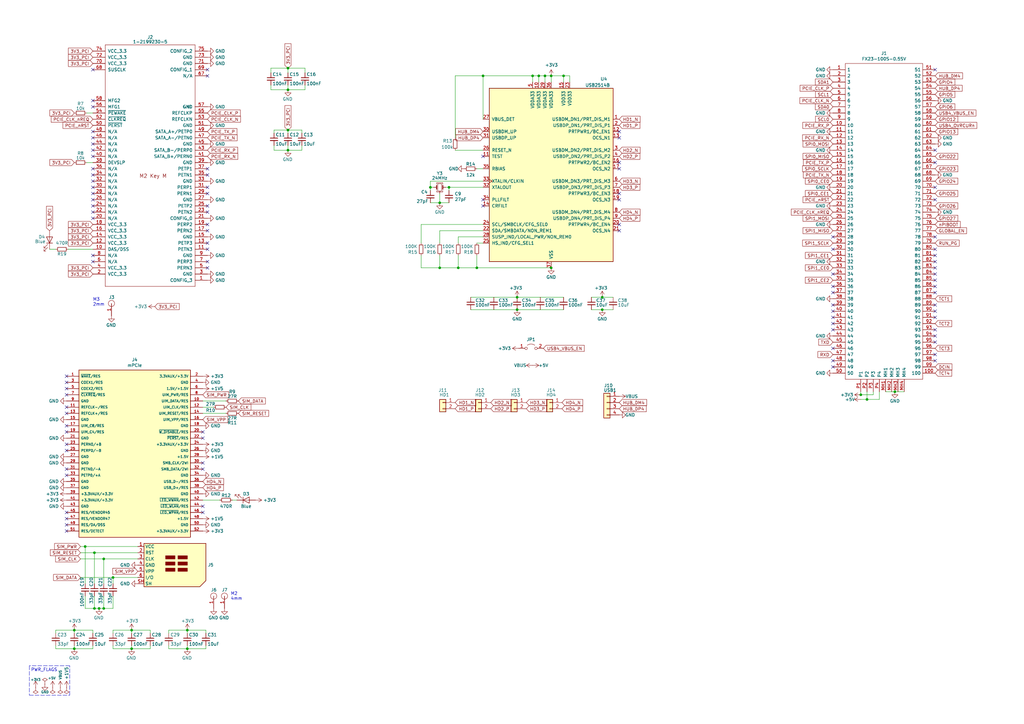
<source format=kicad_sch>
(kicad_sch (version 20211123) (generator eeschema)
  (paper "A3")
  (title_block (title "reTerminalEM-NVMe-mPCIe-USB") (date "2022-06-22") (rev "REV_00") (company "StanleyProjects.com"))
  (junction (at 38.735 249.555))
  (junction (at 42.545 249.555))
  (junction (at 40.64 249.555))
  (junction (at 247.015 121.92))
  (junction (at 76.835 266.065))
  (junction (at 34.925 224.155))
  (junction (at 195.58 109.855))
  (junction (at 76.835 258.445))
  (junction (at 231.14 31.115))
  (junction (at 30.48 266.065))
  (junction (at 180.34 109.855))
  (junction (at 220.98 31.115))
  (junction (at 226.06 31.115))
  (junction (at 212.09 127))
  (junction (at 180.34 83.185))
  (junction (at 118.11 27.94))
  (junction (at 118.11 61.595))
  (junction (at 53.975 258.445))
  (junction (at 198.12 31.115))
  (junction (at 353.06 161.925))
  (junction (at 212.09 121.92))
  (junction (at 247.015 127))
  (junction (at 176.53 76.835))
  (junction (at 42.545 229.235))
  (junction (at 38.735 226.695))
  (junction (at 46.355 236.855))
  (junction (at 367.03 160.655))
  (junction (at 226.06 109.855))
  (junction (at 187.96 109.855))
  (junction (at 53.975 266.065))
  (junction (at 118.11 36.83))
  (junction (at 218.44 31.115))
  (junction (at 30.48 258.445))
  (junction (at 184.15 76.835))
  (junction (at 118.11 53.34))
  (junction (at 355.6 163.83))
  (junction (at 223.52 31.115))
  (no_connect (at 38.1 104.775))
  (no_connect (at 27.305 156.845))
  (no_connect (at 83.185 177.165))
  (no_connect (at 38.1 89.535))
  (no_connect (at 27.305 167.005))
  (no_connect (at 38.1 59.055))
  (no_connect (at 254 56.515))
  (no_connect (at 383.54 28.575))
  (no_connect (at 38.1 64.135))
  (no_connect (at 383.54 117.475))
  (no_connect (at 254 81.915))
  (no_connect (at 383.54 61.595))
  (no_connect (at 341.63 112.395))
  (no_connect (at 383.54 112.395))
  (no_connect (at 27.305 215.265))
  (no_connect (at 85.09 109.855))
  (no_connect (at 254 94.615))
  (no_connect (at 27.305 184.785))
  (no_connect (at 383.54 140.335))
  (no_connect (at 38.1 74.295))
  (no_connect (at 85.09 31.115))
  (no_connect (at 38.1 28.575))
  (no_connect (at 38.1 81.915))
  (no_connect (at 85.09 107.315))
  (no_connect (at 27.305 159.385))
  (no_connect (at 254 92.075))
  (no_connect (at 85.09 79.375))
  (no_connect (at 38.1 43.815))
  (no_connect (at 198.12 64.135))
  (no_connect (at 38.1 76.835))
  (no_connect (at 85.09 99.695))
  (no_connect (at 38.1 61.595))
  (no_connect (at 83.185 210.185))
  (no_connect (at 83.185 192.405))
  (no_connect (at 341.63 132.715))
  (no_connect (at 383.54 102.235))
  (no_connect (at 383.54 104.775))
  (no_connect (at 85.09 69.215))
  (no_connect (at 38.1 71.755))
  (no_connect (at 383.54 114.935))
  (no_connect (at 38.1 56.515))
  (no_connect (at 383.54 81.915))
  (no_connect (at 383.54 127.635))
  (no_connect (at 27.305 154.305))
  (no_connect (at 27.305 182.245))
  (no_connect (at 341.63 117.475))
  (no_connect (at 27.305 174.625))
  (no_connect (at 383.54 66.675))
  (no_connect (at 38.1 107.315))
  (no_connect (at 38.1 84.455))
  (no_connect (at 341.63 127.635))
  (no_connect (at 27.305 192.405))
  (no_connect (at 383.54 147.955))
  (no_connect (at 198.12 84.455))
  (no_connect (at 254 79.375))
  (no_connect (at 383.54 76.835))
  (no_connect (at 341.63 147.955))
  (no_connect (at 254 53.975))
  (no_connect (at 383.54 125.095))
  (no_connect (at 383.54 135.255))
  (no_connect (at 27.305 194.945))
  (no_connect (at 38.1 69.215))
  (no_connect (at 383.54 97.155))
  (no_connect (at 38.1 41.275))
  (no_connect (at 341.63 130.175))
  (no_connect (at 341.63 135.255))
  (no_connect (at 27.305 169.545))
  (no_connect (at 198.12 81.915))
  (no_connect (at 383.54 109.855))
  (no_connect (at 85.09 28.575))
  (no_connect (at 85.09 102.235))
  (no_connect (at 85.09 94.615))
  (no_connect (at 83.185 207.645))
  (no_connect (at 27.305 217.805))
  (no_connect (at 341.63 142.875))
  (no_connect (at 38.1 86.995))
  (no_connect (at 341.63 97.155))
  (no_connect (at 85.09 86.995))
  (no_connect (at 85.09 76.835))
  (no_connect (at 27.305 212.725))
  (no_connect (at 383.54 130.175))
  (no_connect (at 383.54 137.795))
  (no_connect (at 341.63 150.495))
  (no_connect (at 383.54 120.015))
  (no_connect (at 383.54 107.315))
  (no_connect (at 341.63 120.015))
  (no_connect (at 83.185 189.865))
  (no_connect (at 27.305 210.185))
  (no_connect (at 38.1 53.975))
  (no_connect (at 83.185 179.705))
  (no_connect (at 85.09 84.455))
  (no_connect (at 341.63 102.235))
  (no_connect (at 85.09 92.075))
  (no_connect (at 27.305 161.925))
  (no_connect (at 27.305 177.165))
  (no_connect (at 38.1 79.375))
  (no_connect (at 341.63 125.095))
  (no_connect (at 254 66.675))
  (no_connect (at 254 69.215))
  (no_connect (at 85.09 71.755))
  (no_connect (at 383.54 145.415))
  (wire (pts (xy 42.545 249.555) (xy 40.64 249.555)))
  (wire (pts (xy 118.11 29.845) (xy 118.11 27.94)))
  (wire (pts (xy 76.835 266.065) (xy 76.835 264.795)))
  (wire (pts (xy 38.735 244.475) (xy 38.735 249.555)))
  (wire (pts (xy 84.455 258.445) (xy 76.835 258.445)))
  (wire (pts (xy 118.11 36.83) (xy 125.095 36.83)))
  (wire (pts (xy 69.215 258.445) (xy 76.835 258.445)))
  (wire (pts (xy 34.925 244.475) (xy 34.925 249.555)))
  (wire (pts (xy 247.015 121.92) (xy 251.46 121.92)))
  (wire (pts (xy 220.98 31.115) (xy 223.52 31.115)))
  (wire (pts (xy 30.48 266.065) (xy 30.48 264.795)))
  (wire (pts (xy 76.835 266.065) (xy 84.455 266.065)))
  (wire (pts (xy 186.69 31.115) (xy 198.12 31.115)))
  (wire (pts (xy 95.25 205.105) (xy 97.155 205.105)))
  (wire (pts (xy 76.835 259.715) (xy 76.835 258.445)))
  (wire (pts (xy 112.395 59.69) (xy 112.395 61.595)))
  (wire (pts (xy 198.12 99.695) (xy 195.58 99.695)))
  (wire (pts (xy 198.12 31.115) (xy 218.44 31.115)))
  (wire (pts (xy 223.52 31.115) (xy 226.06 31.115)))
  (wire (pts (xy 218.44 33.655) (xy 218.44 31.115)))
  (wire (pts (xy 84.455 266.065) (xy 84.455 264.795)))
  (wire (pts (xy 111.125 27.94) (xy 118.11 27.94)))
  (wire (pts (xy 123.825 59.69) (xy 123.825 61.595)))
  (wire (pts (xy 111.125 34.925) (xy 111.125 36.83)))
  (wire (pts (xy 112.395 54.61) (xy 112.395 53.34)))
  (wire (pts (xy 69.215 264.795) (xy 69.215 266.065)))
  (wire (pts (xy 34.925 249.555) (xy 38.735 249.555)))
  (wire (pts (xy 83.185 169.545) (xy 92.71 169.545)))
  (wire (pts (xy 218.44 31.115) (xy 220.98 31.115)))
  (wire (pts (xy 187.96 104.775) (xy 187.96 109.855)))
  (wire (pts (xy 223.52 33.655) (xy 223.52 31.115)))
  (wire (pts (xy 353.06 161.925) (xy 358.14 161.925)))
  (wire (pts (xy 53.975 266.065) (xy 61.595 266.065)))
  (wire (pts (xy 242.57 121.92) (xy 247.015 121.92)))
  (wire (pts (xy 198.12 97.155) (xy 187.96 97.155)))
  (wire (pts (xy 180.34 79.375) (xy 180.34 83.185)))
  (wire (pts (xy 198.12 76.835) (xy 184.15 76.835)))
  (wire (pts (xy 233.68 31.115) (xy 231.14 31.115)))
  (wire (pts (xy 22.86 102.235) (xy 20.32 102.235)))
  (wire (pts (xy 187.96 109.855) (xy 195.58 109.855)))
  (wire (pts (xy 123.825 54.61) (xy 123.825 53.34)))
  (wire (pts (xy 195.58 69.215) (xy 198.12 69.215)))
  (polyline (pts (xy 28.575 285.115) (xy 28.575 273.05)))
  (wire (pts (xy 125.095 29.845) (xy 125.095 27.94)))
  (wire (pts (xy 198.12 61.595) (xy 186.69 61.595)))
  (wire (pts (xy 46.355 259.715) (xy 46.355 258.445)))
  (wire (pts (xy 22.86 258.445) (xy 30.48 258.445)))
  (wire (pts (xy 34.925 224.155) (xy 33.02 224.155)))
  (wire (pts (xy 112.395 61.595) (xy 118.11 61.595)))
  (wire (pts (xy 38.1 102.235) (xy 27.94 102.235)))
  (wire (pts (xy 198.12 48.895) (xy 198.12 31.115)))
  (wire (pts (xy 242.57 127) (xy 247.015 127)))
  (wire (pts (xy 38.1 258.445) (xy 30.48 258.445)))
  (wire (pts (xy 90.17 205.105) (xy 83.185 205.105)))
  (wire (pts (xy 56.515 236.855) (xy 46.355 236.855)))
  (wire (pts (xy 69.215 266.065) (xy 76.835 266.065)))
  (wire (pts (xy 42.545 244.475) (xy 42.545 249.555)))
  (wire (pts (xy 226.06 33.655) (xy 226.06 31.115)))
  (wire (pts (xy 38.1 259.715) (xy 38.1 258.445)))
  (wire (pts (xy 186.69 56.515) (xy 186.69 31.115)))
  (wire (pts (xy 123.825 61.595) (xy 118.11 61.595)))
  (wire (pts (xy 231.14 33.655) (xy 231.14 31.115)))
  (wire (pts (xy 83.185 164.465) (xy 92.71 164.465)))
  (wire (pts (xy 118.11 34.925) (xy 118.11 36.83)))
  (wire (pts (xy 220.98 33.655) (xy 220.98 31.115)))
  (wire (pts (xy 38.735 249.555) (xy 40.64 249.555)))
  (wire (pts (xy 195.58 104.775) (xy 195.58 109.855)))
  (wire (pts (xy 61.595 266.065) (xy 61.595 264.795)))
  (wire (pts (xy 46.355 264.795) (xy 46.355 266.065)))
  (wire (pts (xy 56.515 224.155) (xy 34.925 224.155)))
  (polyline (pts (xy 28.575 273.05) (xy 12.065 273.05)))
  (wire (pts (xy 360.68 160.655) (xy 360.68 163.83)))
  (wire (pts (xy 46.355 249.555) (xy 42.545 249.555)))
  (wire (pts (xy 38.1 266.065) (xy 38.1 264.795)))
  (wire (pts (xy 184.15 83.185) (xy 180.34 83.185)))
  (wire (pts (xy 355.6 163.83) (xy 353.06 163.83)))
  (wire (pts (xy 46.355 266.065) (xy 53.975 266.065)))
  (wire (pts (xy 61.595 259.715) (xy 61.595 258.445)))
  (wire (pts (xy 69.215 259.715) (xy 69.215 258.445)))
  (wire (pts (xy 198.12 92.075) (xy 172.72 92.075)))
  (wire (pts (xy 30.48 266.065) (xy 38.1 266.065)))
  (wire (pts (xy 233.68 33.655) (xy 233.68 31.115)))
  (wire (pts (xy 212.09 121.92) (xy 231.14 121.92)))
  (wire (pts (xy 353.06 160.655) (xy 353.06 161.925)))
  (wire (pts (xy 46.355 244.475) (xy 46.355 249.555)))
  (wire (pts (xy 247.015 127) (xy 251.46 127)))
  (wire (pts (xy 53.975 259.715) (xy 53.975 258.445)))
  (wire (pts (xy 38.1 46.355) (xy 35.56 46.355)))
  (wire (pts (xy 33.02 236.855) (xy 46.355 236.855)))
  (wire (pts (xy 184.15 76.835) (xy 184.15 78.105)))
  (wire (pts (xy 56.515 229.235) (xy 42.545 229.235)))
  (wire (pts (xy 172.72 104.775) (xy 172.72 109.855)))
  (wire (pts (xy 360.68 163.83) (xy 355.6 163.83)))
  (wire (pts (xy 172.72 109.855) (xy 180.34 109.855)))
  (wire (pts (xy 172.72 92.075) (xy 172.72 99.695)))
  (wire (pts (xy 46.355 258.445) (xy 53.975 258.445)))
  (wire (pts (xy 30.48 259.715) (xy 30.48 258.445)))
  (wire (pts (xy 118.11 54.61) (xy 118.11 53.34)))
  (wire (pts (xy 180.34 94.615) (xy 198.12 94.615)))
  (wire (pts (xy 358.14 160.655) (xy 358.14 161.925)))
  (wire (pts (xy 125.095 34.925) (xy 125.095 36.83)))
  (wire (pts (xy 355.6 160.655) (xy 355.6 163.83)))
  (wire (pts (xy 22.86 266.065) (xy 30.48 266.065)))
  (wire (pts (xy 118.11 27.94) (xy 125.095 27.94)))
  (wire (pts (xy 22.86 259.715) (xy 22.86 258.445)))
  (wire (pts (xy 176.53 78.105) (xy 176.53 76.835)))
  (wire (pts (xy 180.34 109.855) (xy 187.96 109.855)))
  (wire (pts (xy 193.04 127) (xy 212.09 127)))
  (wire (pts (xy 198.12 74.295) (xy 176.53 74.295)))
  (wire (pts (xy 87.63 167.005) (xy 83.185 167.005)))
  (wire (pts (xy 363.22 160.655) (xy 367.03 160.655)))
  (wire (pts (xy 53.975 266.065) (xy 53.975 264.795)))
  (wire (pts (xy 111.125 36.83) (xy 118.11 36.83)))
  (wire (pts (xy 180.34 83.185) (xy 176.53 83.185)))
  (wire (pts (xy 34.925 239.395) (xy 34.925 224.155)))
  (wire (pts (xy 182.88 76.835) (xy 184.15 76.835)))
  (wire (pts (xy 38.735 239.395) (xy 38.735 226.695)))
  (wire (pts (xy 42.545 239.395) (xy 42.545 229.235)))
  (wire (pts (xy 42.545 229.235) (xy 33.02 229.235)))
  (wire (pts (xy 176.53 74.295) (xy 176.53 76.835)))
  (wire (pts (xy 38.1 66.675) (xy 35.56 66.675)))
  (polyline (pts (xy 12.065 285.115) (xy 28.575 285.115)))
  (polyline (pts (xy 12.065 273.05) (xy 12.065 285.115)))
  (wire (pts (xy 111.125 29.845) (xy 111.125 27.94)))
  (wire (pts (xy 123.825 53.34) (xy 118.11 53.34)))
  (wire (pts (xy 38.735 226.695) (xy 56.515 226.695)))
  (wire (pts (xy 176.53 76.835) (xy 177.8 76.835)))
  (wire (pts (xy 112.395 53.34) (xy 118.11 53.34)))
  (wire (pts (xy 187.96 97.155) (xy 187.96 99.695)))
  (wire (pts (xy 180.34 99.695) (xy 180.34 94.615)))
  (wire (pts (xy 367.03 160.655) (xy 370.84 160.655)))
  (wire (pts (xy 22.86 264.795) (xy 22.86 266.065)))
  (wire (pts (xy 46.355 236.855) (xy 46.355 239.395)))
  (wire (pts (xy 195.58 109.855) (xy 226.06 109.855)))
  (wire (pts (xy 231.14 31.115) (xy 226.06 31.115)))
  (wire (pts (xy 61.595 258.445) (xy 53.975 258.445)))
  (wire (pts (xy 180.34 104.775) (xy 180.34 109.855)))
  (wire (pts (xy 193.04 121.92) (xy 212.09 121.92)))
  (wire (pts (xy 38.735 226.695) (xy 33.02 226.695)))
  (wire (pts (xy 118.11 59.69) (xy 118.11 61.595)))
  (wire (pts (xy 84.455 259.715) (xy 84.455 258.445)))
  (wire (pts (xy 212.09 127) (xy 231.14 127)))
  (text "M3\n2mm" (at 38.1 125.73 0) (effects (font (size 1.27 1.27)) (justify left bottom)))
  (text "PWR_FLAGS" (at 12.7 275.59 0) (effects (font (size 1.27 1.27)) (justify left bottom)))
  (text "M2\n4mm" (at 94.615 246.38 0) (effects (font (size 1.27 1.27)) (justify left bottom)))
  (global_label "HD4_N" (shape input) (at 230.505 165.1 0) (property "Intersheet References" "${INTERSHEET_REFS}" (effects hide)))
  (global_label "TCT3" (shape input) (at 383.54 142.875 0) (property "Intersheet References" "${INTERSHEET_REFS}" (effects hide)))
  (global_label "SIM_CLK" (shape input) (at 92.71 167.005 0) (property "Intersheet References" "${INTERSHEET_REFS}" (effects hide)))
  (global_label "HD3_P" (shape input) (at 254 76.835 0) (property "Intersheet References" "${INTERSHEET_REFS}" (effects hide)))
  (global_label "HUB_DP4" (shape input) (at 254 167.64 0) (property "Intersheet References" "${INTERSHEET_REFS}" (effects hide)))
  (global_label "SPI0_CE0" (shape input) (at 341.63 74.295 180) (property "Intersheet References" "${INTERSHEET_REFS}" (effects hide)))
  (global_label "3V3_PCI" (shape input) (at 118.11 27.94 90) (property "Intersheet References" "${INTERSHEET_REFS}" (effects hide)))
  (global_label "PCIE_CLK_N" (shape input) (at 341.63 41.275 180) (property "Intersheet References" "${INTERSHEET_REFS}" (effects hide)))
  (global_label "HD2_N" (shape input) (at 201.295 165.1 0) (property "Intersheet References" "${INTERSHEET_REFS}" (effects hide)))
  (global_label "PCIE_TX_N" (shape input) (at 85.09 56.515 0) (property "Intersheet References" "${INTERSHEET_REFS}" (effects hide)))
  (global_label "SPI1_CE0" (shape input) (at 341.63 109.855 180) (property "Intersheet References" "${INTERSHEET_REFS}" (effects hide)))
  (global_label "HD2_P" (shape input) (at 254 64.135 0) (property "Intersheet References" "${INTERSHEET_REFS}" (effects hide)))
  (global_label "GPIO22" (shape input) (at 383.54 64.135 0) (property "Intersheet References" "${INTERSHEET_REFS}" (effects hide)))
  (global_label "PCIE_CLK_N" (shape input) (at 85.09 48.895 0) (property "Intersheet References" "${INTERSHEET_REFS}" (effects hide)))
  (global_label "3V3_PCI" (shape input) (at 118.11 53.34 90) (property "Intersheet References" "${INTERSHEET_REFS}" (effects hide)))
  (global_label "HUB_DP4" (shape input) (at 383.54 36.195 0) (property "Intersheet References" "${INTERSHEET_REFS}" (effects hide)))
  (global_label "HD4_N" (shape input) (at 254 86.995 0) (property "Intersheet References" "${INTERSHEET_REFS}" (effects hide)))
  (global_label "SPI1_CE1" (shape input) (at 341.63 104.775 180) (property "Intersheet References" "${INTERSHEET_REFS}" (effects hide)))
  (global_label "GPIO6" (shape input) (at 383.54 43.815 0) (property "Intersheet References" "${INTERSHEET_REFS}" (effects hide)))
  (global_label "HUB_DM4" (shape input) (at 383.54 31.115 0) (property "Intersheet References" "${INTERSHEET_REFS}" (effects hide)))
  (global_label "PCIE_CLK_nREQ" (shape input) (at 38.1 48.895 180) (property "Intersheet References" "${INTERSHEET_REFS}" (effects hide)))
  (global_label "3V3_PCI" (shape input) (at 38.1 20.955 180) (property "Intersheet References" "${INTERSHEET_REFS}" (effects hide)))
  (global_label "SPI1_SCLK" (shape input) (at 341.63 99.695 180) (property "Intersheet References" "${INTERSHEET_REFS}" (effects hide)))
  (global_label "3V3_PCI" (shape input) (at 30.48 46.355 180) (property "Intersheet References" "${INTERSHEET_REFS}" (effects hide)))
  (global_label "3V3_PCI" (shape input) (at 30.48 66.675 180) (property "Intersheet References" "${INTERSHEET_REFS}" (effects hide)))
  (global_label "SPI1_CE2" (shape input) (at 341.63 114.935 180) (property "Intersheet References" "${INTERSHEET_REFS}" (effects hide)))
  (global_label "SIM_RESET" (shape input) (at 97.79 169.545 0) (property "Intersheet References" "${INTERSHEET_REFS}" (effects hide)))
  (global_label "TCT4" (shape input) (at 383.54 153.035 0) (property "Intersheet References" "${INTERSHEET_REFS}" (effects hide)))
  (global_label "SPI0_MISO" (shape input) (at 341.63 64.135 180) (property "Intersheet References" "${INTERSHEET_REFS}" (effects hide)))
  (global_label "3V3_PCI" (shape input) (at 38.1 109.855 180) (property "Intersheet References" "${INTERSHEET_REFS}" (effects hide)))
  (global_label "USB4_VBUS_EN" (shape input) (at 222.885 142.875 0) (property "Intersheet References" "${INTERSHEET_REFS}" (effects hide)))
  (global_label "SPI0_SCLK" (shape input) (at 341.63 69.215 180) (property "Intersheet References" "${INTERSHEET_REFS}" (effects hide)))
  (global_label "HD4_N" (shape input) (at 83.185 197.485 0) (property "Intersheet References" "${INTERSHEET_REFS}" (effects hide)))
  (global_label "SIM_RESET" (shape input) (at 33.02 226.695 180) (property "Intersheet References" "${INTERSHEET_REFS}" (effects hide)))
  (global_label "DCIN" (shape input) (at 383.54 150.495 0) (property "Intersheet References" "${INTERSHEET_REFS}" (effects hide)))
  (global_label "HD4_P" (shape input) (at 230.505 167.64 0) (property "Intersheet References" "${INTERSHEET_REFS}" (effects hide)))
  (global_label "3V3_PCI" (shape input) (at 38.1 23.495 180) (property "Intersheet References" "${INTERSHEET_REFS}" (effects hide)))
  (global_label "SIM_PWR" (shape input) (at 33.02 224.155 180) (property "Intersheet References" "${INTERSHEET_REFS}" (effects hide)))
  (global_label "SIM_VPP" (shape input) (at 56.515 234.315 180) (property "Intersheet References" "${INTERSHEET_REFS}" (effects hide)))
  (global_label "HUB_DM4" (shape input) (at 254 165.1 0) (property "Intersheet References" "${INTERSHEET_REFS}" (effects hide)))
  (global_label "3V3_PCI" (shape input) (at 38.1 112.395 180) (property "Intersheet References" "${INTERSHEET_REFS}" (effects hide)))
  (global_label "PCIE_nRST" (shape input) (at 341.63 81.915 180) (property "Intersheet References" "${INTERSHEET_REFS}" (effects hide)))
  (global_label "SPI1_MISO" (shape input) (at 341.63 94.615 180) (property "Intersheet References" "${INTERSHEET_REFS}" (effects hide)))
  (global_label "3V3_PCI" (shape input) (at 38.1 92.075 180) (property "Intersheet References" "${INTERSHEET_REFS}" (effects hide)))
  (global_label "SIM_DATA" (shape input) (at 97.79 164.465 0) (property "Intersheet References" "${INTERSHEET_REFS}" (effects hide)))
  (global_label "PCIE_RX_P" (shape input) (at 341.63 51.435 180) (property "Intersheet References" "${INTERSHEET_REFS}" (effects hide)))
  (global_label "PCIE_RX_P" (shape input) (at 85.09 61.595 0) (property "Intersheet References" "${INTERSHEET_REFS}" (effects hide)))
  (global_label "3V3_PCI" (shape input) (at 38.1 26.035 180) (property "Intersheet References" "${INTERSHEET_REFS}" (effects hide)))
  (global_label "HD2_P" (shape input) (at 201.295 167.64 0) (property "Intersheet References" "${INTERSHEET_REFS}" (effects hide)))
  (global_label "SPI0_CE1" (shape input) (at 341.63 79.375 180) (property "Intersheet References" "${INTERSHEET_REFS}" (effects hide)))
  (global_label "GPIO24" (shape input) (at 383.54 74.295 0) (property "Intersheet References" "${INTERSHEET_REFS}" (effects hide)))
  (global_label "PCIE_TX_P" (shape input) (at 85.09 53.975 0) (property "Intersheet References" "${INTERSHEET_REFS}" (effects hide)))
  (global_label "3V3_PCI" (shape input) (at 38.1 94.615 180) (property "Intersheet References" "${INTERSHEET_REFS}" (effects hide)))
  (global_label "HUB_DM4" (shape input) (at 198.12 53.975 180) (property "Intersheet References" "${INTERSHEET_REFS}" (effects hide)))
  (global_label "GPIO26" (shape input) (at 383.54 84.455 0) (property "Intersheet References" "${INTERSHEET_REFS}" (effects hide)))
  (global_label "HD1_N" (shape input) (at 186.69 165.1 0) (property "Intersheet References" "${INTERSHEET_REFS}" (effects hide)))
  (global_label "HD4_P" (shape input) (at 254 89.535 0) (property "Intersheet References" "${INTERSHEET_REFS}" (effects hide)))
  (global_label "PCIE_RX_N" (shape input) (at 341.63 56.515 180) (property "Intersheet References" "${INTERSHEET_REFS}" (effects hide)))
  (global_label "HD1_N" (shape input) (at 254 48.895 0) (property "Intersheet References" "${INTERSHEET_REFS}" (effects hide)))
  (global_label "GPIO4" (shape input) (at 383.54 33.655 0) (property "Intersheet References" "${INTERSHEET_REFS}" (effects hide)))
  (global_label "USB4_VBUS_EN" (shape input) (at 383.54 46.355 0) (property "Intersheet References" "${INTERSHEET_REFS}" (effects hide)))
  (global_label "TCT1" (shape input) (at 383.54 122.555 0) (property "Intersheet References" "${INTERSHEET_REFS}" (effects hide)))
  (global_label "3V3_PCI" (shape input) (at 38.1 99.695 180) (property "Intersheet References" "${INTERSHEET_REFS}" (effects hide)))
  (global_label "nPIBOOT" (shape input) (at 383.54 92.075 0) (property "Intersheet References" "${INTERSHEET_REFS}" (effects hide)))
  (global_label "SPI1_MOSI" (shape input) (at 341.63 89.535 180) (property "Intersheet References" "${INTERSHEET_REFS}" (effects hide)))
  (global_label "HD3_N" (shape input) (at 215.9 165.1 0) (property "Intersheet References" "${INTERSHEET_REFS}" (effects hide)))
  (global_label "TXD" (shape input) (at 341.63 140.335 180) (property "Intersheet References" "${INTERSHEET_REFS}" (effects hide)))
  (global_label "SDA0" (shape input) (at 341.63 43.815 180) (property "Intersheet References" "${INTERSHEET_REFS}" (effects hide)))
  (global_label "SIM_VPP" (shape input) (at 83.185 172.085 0) (property "Intersheet References" "${INTERSHEET_REFS}" (effects hide)))
  (global_label "GPIO27" (shape input) (at 383.54 89.535 0) (property "Intersheet References" "${INTERSHEET_REFS}" (effects hide)))
  (global_label "PCIE_nRST" (shape input) (at 38.1 51.435 180) (property "Intersheet References" "${INTERSHEET_REFS}" (effects hide)))
  (global_label "3V3_PCI" (shape input) (at 38.1 97.155 180) (property "Intersheet References" "${INTERSHEET_REFS}" (effects hide)))
  (global_label "SIM_PWR" (shape input) (at 83.185 161.925 0) (property "Intersheet References" "${INTERSHEET_REFS}" (effects hide)))
  (global_label "HUB_DP4" (shape input) (at 198.12 56.515 180) (property "Intersheet References" "${INTERSHEET_REFS}" (effects hide)))
  (global_label "GPIO12" (shape input) (at 383.54 48.895 0) (property "Intersheet References" "${INTERSHEET_REFS}" (effects hide)))
  (global_label "USB4_OVRCURn" (shape input) (at 383.54 51.435 0) (property "Intersheet References" "${INTERSHEET_REFS}" (effects hide)))
  (global_label "PCIE_RX_N" (shape input) (at 85.09 64.135 0) (property "Intersheet References" "${INTERSHEET_REFS}" (effects hide)))
  (global_label "PCIE_CLK_nREQ" (shape input) (at 341.63 86.995 180) (property "Intersheet References" "${INTERSHEET_REFS}" (effects hide)))
  (global_label "SCL0" (shape input) (at 341.63 48.895 180) (property "Intersheet References" "${INTERSHEET_REFS}" (effects hide)))
  (global_label "SPI0_MOSI" (shape input) (at 341.63 59.055 180) (property "Intersheet References" "${INTERSHEET_REFS}" (effects hide)))
  (global_label "GPIO25" (shape input) (at 383.54 79.375 0) (property "Intersheet References" "${INTERSHEET_REFS}" (effects hide)))
  (global_label "HD3_P" (shape input) (at 215.9 167.64 0) (property "Intersheet References" "${INTERSHEET_REFS}" (effects hide)))
  (global_label "HD1_P" (shape input) (at 186.69 167.64 0) (property "Intersheet References" "${INTERSHEET_REFS}" (effects hide)))
  (global_label "RUN_PG" (shape input) (at 383.54 99.695 0) (property "Intersheet References" "${INTERSHEET_REFS}" (effects hide)))
  (global_label "GLOBAL_EN" (shape input) (at 383.54 94.615 0) (property "Intersheet References" "${INTERSHEET_REFS}" (effects hide)))
  (global_label "HD1_P" (shape input) (at 254 51.435 0) (property "Intersheet References" "${INTERSHEET_REFS}" (effects hide)))
  (global_label "3V3_PCI" (shape input) (at 20.32 94.615 90) (property "Intersheet References" "${INTERSHEET_REFS}" (effects hide)))
  (global_label "PCIE_CLK_P" (shape input) (at 85.09 46.355 0) (property "Intersheet References" "${INTERSHEET_REFS}" (effects hide)))
  (global_label "SCL1" (shape input) (at 341.63 38.735 180) (property "Intersheet References" "${INTERSHEET_REFS}" (effects hide)))
  (global_label "SIM_DATA" (shape input) (at 33.02 236.855 180) (property "Intersheet References" "${INTERSHEET_REFS}" (effects hide)))
  (global_label "HD2_N" (shape input) (at 254 61.595 0) (property "Intersheet References" "${INTERSHEET_REFS}" (effects hide)))
  (global_label "3V3_PCI" (shape input) (at 63.5 125.73 0) (property "Intersheet References" "${INTERSHEET_REFS}" (effects hide)))
  (global_label "GPIO13" (shape input) (at 383.54 53.975 0) (property "Intersheet References" "${INTERSHEET_REFS}" (effects hide)))
  (global_label "HD3_N" (shape input) (at 254 74.295 0) (property "Intersheet References" "${INTERSHEET_REFS}" (effects hide)))
  (global_label "PCIE_TX_P" (shape input) (at 341.63 66.675 180) (property "Intersheet References" "${INTERSHEET_REFS}" (effects hide)))
  (global_label "RXD" (shape input) (at 341.63 145.415 180) (property "Intersheet References" "${INTERSHEET_REFS}" (effects hide)))
  (global_label "HD4_P" (shape input) (at 83.185 200.025 0) (property "Intersheet References" "${INTERSHEET_REFS}" (effects hide)))
  (global_label "SIM_CLK" (shape input) (at 33.02 229.235 180) (property "Intersheet References" "${INTERSHEET_REFS}" (effects hide)))
  (global_label "GPIO23" (shape input) (at 383.54 69.215 0) (property "Intersheet References" "${INTERSHEET_REFS}" (effects hide)))
  (global_label "GPIO5" (shape input) (at 383.54 38.735 0) (property "Intersheet References" "${INTERSHEET_REFS}" (effects hide)))
  (global_label "PCIE_TX_N" (shape input) (at 341.63 71.755 180) (property "Intersheet References" "${INTERSHEET_REFS}" (effects hide)))
  (global_label "PCIE_CLK_P" (shape input) (at 341.63 36.195 180) (property "Intersheet References" "${INTERSHEET_REFS}" (effects hide)))
  (global_label "TCT2" (shape input) (at 383.54 132.715 0) (property "Intersheet References" "${INTERSHEET_REFS}" (effects hide)))
  (global_label "SDA1" (shape input) (at 341.63 33.655 180) (property "Intersheet References" "${INTERSHEET_REFS}" (effects hide)))
  (symbol (lib_id "power:+5V") (at 21.59 281.94 0) (unit 1)
    (property "Reference" "#PWR012" (effects hide))
    (property "Value" "+5V" (at 19.685 278.13 0) (effects (font (size 0.9906 0.9906)) (justify left)))
  )
  (symbol (lib_id "power:PWR_FLAG") (at 21.59 281.94 180) (unit 1)
    (property "Reference" "#FLG0101" (effects hide))
    (property "Value" "PWR_FLAG" (effects hide))
  )
  (symbol (lib_id "power:PWR_FLAG") (at 18.415 280.67 0) (unit 1)
    (property "Reference" "#FLG02" (effects hide))
    (property "Value" "PWR_FLAG" (effects hide))
  )
  (symbol (lib_id "StanleyProjects:J_1-2199230-5") (at 62.23 70.485 0) (unit 1)
    (property "Reference" "J2" (at 61.595 15.24 0))
    (property "Value" "1-2199230-5" (at 61.595 17.145 0))
    (property "Footprint" "StanleyProjects:TE_1-2199230-5" (effects hide))
    (property "Datasheet" "https://www.te.com/commerce/DocumentDelivery/DDEController?Action=showdoc&DocId=Customer+Drawing%7F2199230%7FB3%7Fpdf%7FEnglish%7FENG_CD_2199230_B3.pdf%7F1-2199230-5" (effects hide))
    (property "MPN" "1-2199230-5" (effects hide))
    (property "Manufacturer" "TE Connectivity" (effects hide))
    (property "Package" "SMT" (effects hide))
  )
  (symbol (lib_id "StanleyProjects:J_Standoff_M3_H2") (at 45.72 124.46 90) (unit 1)
    (property "Reference" "J3" (at 46.99 121.92 90) (effects (justify left)))
    (property "Value" "J_Standoff_M3_H2.5" (effects hide))
    (property "Footprint" "StanleyProjects:WE_WA-SMSI_9774025360" (effects hide))
    (property "Datasheet" "https://www.we-online.com/catalog/datasheet/9774020360R.pdf" (effects hide))
    (property "MPN" "9774020360R" (effects hide))
    (property "Manufacturer" "Wurth Elektronik" (effects hide))
    (property "Package" "SMT" (effects hide))
  )
  (symbol (lib_id "StanleyProjects:J_2041262-1") (at 55.245 184.785 0) (unit 1)
    (property "Reference" "J4" (at 55.245 147.5232 0))
    (property "Value" "mPCIe" (at 55.245 149.8346 0))
    (property "Footprint" "StanleyProjects:TE_20412621" (effects hide))
    (property "Datasheet" "https://www.te.com/commerce/DocumentDelivery/DDEController?Action=showdoc&DocId=Customer+Drawing%7F2041262%7FC%7Fpdf%7FEnglish%7FENG_CD_2041262_C.pdf%7F2041262-1" (effects hide))
    (property "MPN" "2041262-1" (effects hide))
    (property "Manufacturer" "TE Connectivity" (effects hide))
    (property "Package" "SMT" (effects hide))
  )
  (symbol (lib_id "StanleyProjects:J_SIM_Card_Nano_6P_Shielded") (at 69.215 231.775 0) (unit 1)
    (property "Reference" "J5" (at 85.217 231.6734 0) (effects (justify left)))
    (property "Value" "J_SIM_Card_Nano_6P_Shielded" (effects hide))
    (property "Footprint" "StanleyProjects:Molex_104224-0820" (effects hide))
    (property "Datasheet" "https://www.molex.com/pdm_docs/sd/1042240820_sd.pdf" (effects hide))
    (property "MPN" "104224-0820" (effects hide))
    (property "Manufacturer" "Molex" (effects hide))
    (property "Package" "SMT" (effects hide))
  )
  (symbol (lib_id "power:PWR_FLAG") (at 14.605 281.94 180) (unit 1)
    (property "Reference" "#FLG01" (effects hide))
    (property "Value" "PWR_FLAG" (effects hide))
  )
  (symbol (lib_id "power:+3.3V") (at 14.605 281.94 0) (unit 1)
    (property "Reference" "#PWR01" (effects hide))
    (property "Value" "+3.3V" (at 14.605 278.765 0) (effects (font (size 0.9906 0.9906))))
  )
  (symbol (lib_id "power:GND") (at 18.415 280.67 0) (unit 1)
    (property "Reference" "#PWR02" (effects hide))
    (property "Value" "GND" (at 18.415 283.845 0) (effects (font (size 0.9906 0.9906))))
  )
  (symbol (lib_id "StanleyProjects:D_Blue_0402") (at 20.32 98.425 270) (mirror x) (unit 1)
    (property "Reference" "D4" (at 17.145 97.155 90))
    (property "Value" "Blue" (at 16.51 99.06 90))
    (property "Footprint" "LED_SMD:LED_0402_1005Metric" (effects hide))
    (property "Datasheet" "https://datasheet.lcsc.com/szlcsc/1912191207_Foshan-NationStar-Optoelectronics-NCD0402B1_C130724.pdf" (effects hide))
    (property "MPN" "NCD0402B1" (effects hide))
    (property "Manufacturer" "Foshan NationStar Optoelectronics" (effects hide))
    (property "Package" "0402" (effects hide))
  )
  (symbol (lib_id "StanleyProjects:R_470R_0402") (at 25.4 102.235 90) (unit 1)
    (property "Reference" "R19" (at 25.4 104.14 90))
    (property "Value" "470R" (at 25.4 99.695 90))
    (property "Footprint" "Resistor_SMD:R_0402_1005Metric" (effects hide))
    (property "Datasheet" "https://datasheet.lcsc.com/szlcsc/1810261420_YAGEO-RC0402FR-07470RL_C114877.pdf" (effects hide))
    (property "MPN" "RC0402FR-07470RL" (effects hide))
    (property "Manufacturer" "YAGEO" (effects hide))
    (property "Package" "0402" (effects hide))
  )
  (symbol (lib_id "Connector_Generic:Conn_01x02") (at 196.215 165.1 0) (mirror y) (unit 1)
    (property "Reference" "J12" (at 196.85 160.02 0))
    (property "Value" "HD2" (at 196.85 161.925 0))
    (property "Footprint" "Connector_PinSocket_2.54mm:PinSocket_1x02_P2.54mm_Vertical" (effects hide))
  )
  (symbol (lib_id "Connector_Generic:Conn_01x02") (at 181.61 165.1 0) (mirror y) (unit 1)
    (property "Reference" "J11" (at 181.61 160.02 0))
    (property "Value" "HD1" (at 182.245 161.925 0))
    (property "Footprint" "Connector_PinSocket_2.54mm:PinSocket_1x02_P2.54mm_Vertical" (effects hide))
  )
  (symbol (lib_id "Connector_Generic:Conn_01x02") (at 210.82 165.1 0) (mirror y) (unit 1)
    (property "Reference" "J13" (at 211.455 160.02 0))
    (property "Value" "HD3" (at 211.455 161.925 0))
    (property "Footprint" "Connector_PinSocket_2.54mm:PinSocket_1x02_P2.54mm_Vertical" (effects hide))
  )
  (symbol (lib_id "Connector_Generic:Conn_01x02") (at 225.425 165.1 0) (mirror y) (unit 1)
    (property "Reference" "J14" (at 226.06 160.02 0))
    (property "Value" "HD4" (at 226.06 161.925 0))
    (property "Footprint" "Connector_PinSocket_2.54mm:PinSocket_1x02_P2.54mm_Vertical" (effects hide))
  )
  (symbol (lib_id "Connector_Generic:Conn_01x04") (at 248.92 165.1 0) (mirror y) (unit 1)
    (property "Reference" "J10" (at 249.555 158.115 0))
    (property "Value" "USB1" (at 250.19 160.02 0))
    (property "Footprint" "Connector_PinSocket_2.54mm:PinSocket_1x04_P2.54mm_Vertical" (effects hide))
  )
  (symbol (lib_id "power:GND") (at 254 170.18 90) (unit 1)
    (property "Reference" "#PWR0194" (effects hide))
    (property "Value" "GND" (at 258.445 170.18 90))
  )
  (symbol (lib_id "power:VBUS") (at 254 162.56 270) (unit 1)
    (property "Reference" "#PWR0195" (effects hide))
    (property "Value" "VBUS" (at 256.54 162.56 90) (effects (justify left)))
  )
  (symbol (lib_id "power:GND") (at 85.09 112.395 90) (unit 1)
    (property "Reference" "#PWR0123" (effects hide))
    (property "Value" "GND" (at 88.265 112.395 90) (effects (justify right)))
  )
  (symbol (lib_id "power:GND") (at 85.09 104.775 90) (unit 1)
    (property "Reference" "#PWR0124" (effects hide))
    (property "Value" "GND" (at 88.265 104.775 90) (effects (justify right)))
  )
  (symbol (lib_id "power:GND") (at 85.09 97.155 90) (unit 1)
    (property "Reference" "#PWR0125" (effects hide))
    (property "Value" "GND" (at 88.265 97.155 90) (effects (justify right)))
  )
  (symbol (lib_id "power:GND") (at 85.09 81.915 90) (unit 1)
    (property "Reference" "#PWR0126" (effects hide))
    (property "Value" "GND" (at 88.265 81.915 90) (effects (justify right)))
  )
  (symbol (lib_id "power:GND") (at 85.09 74.295 90) (unit 1)
    (property "Reference" "#PWR0127" (effects hide))
    (property "Value" "GND" (at 88.265 74.295 90) (effects (justify right)))
  )
  (symbol (lib_id "power:GND") (at 85.09 66.675 90) (unit 1)
    (property "Reference" "#PWR0128" (effects hide))
    (property "Value" "GND" (at 88.265 66.675 90) (effects (justify right)))
  )
  (symbol (lib_id "power:GND") (at 85.09 59.055 90) (unit 1)
    (property "Reference" "#PWR0129" (effects hide))
    (property "Value" "GND" (at 88.265 59.055 90) (effects (justify right)))
  )
  (symbol (lib_id "power:GND") (at 85.09 51.435 90) (unit 1)
    (property "Reference" "#PWR0130" (effects hide))
    (property "Value" "GND" (at 88.265 51.435 90) (effects (justify right)))
  )
  (symbol (lib_id "power:GND") (at 85.09 43.815 90) (unit 1)
    (property "Reference" "#PWR0131" (effects hide))
    (property "Value" "GND" (at 88.265 43.815 90) (effects (justify right)))
  )
  (symbol (lib_id "power:GND") (at 85.09 26.035 90) (unit 1)
    (property "Reference" "#PWR0132" (effects hide))
    (property "Value" "GND" (at 88.265 26.035 90) (effects (justify right)))
  )
  (symbol (lib_id "power:GND") (at 85.09 23.495 90) (unit 1)
    (property "Reference" "#PWR0133" (effects hide))
    (property "Value" "GND" (at 88.265 23.495 90) (effects (justify right)))
  )
  (symbol (lib_id "power:GND") (at 45.72 129.54 0) (unit 1)
    (property "Reference" "#PWR0134" (effects hide))
    (property "Value" "GND" (at 47.625 133.35 0) (effects (justify right)))
  )
  (symbol (lib_id "StanleyProjects:C_10uF_25V_0805") (at 112.395 57.15 0) (unit 1)
    (property "Reference" "C11" (at 113.03 55.245 0) (effects (justify left)))
    (property "Value" "10uF" (at 113.03 59.055 0) (effects (justify left)))
    (property "Footprint" "Capacitor_SMD:C_0805_2012Metric" (effects hide))
    (property "Datasheet" "https://datasheet.lcsc.com/szlcsc/1811121310_Samsung-Electro-Mechanics-CL21A106KAYNNNE_C15850.pdf" (effects hide))
    (property "MPN" "CL21A106KAYNNNE" (effects hide))
    (property "Manufacturer" "Samsung Electro-Mechanics" (effects hide))
    (property "Package" "0805" (effects hide))
  )
  (symbol (lib_id "StanleyProjects:C_10uF_25V_0805") (at 118.11 57.15 0) (unit 1)
    (property "Reference" "C12" (at 118.745 55.245 0) (effects (justify left)))
    (property "Value" "10uF" (at 118.745 59.055 0) (effects (justify left)))
    (property "Footprint" "Capacitor_SMD:C_0805_2012Metric" (effects hide))
    (property "Datasheet" "https://datasheet.lcsc.com/szlcsc/1811121310_Samsung-Electro-Mechanics-CL21A106KAYNNNE_C15850.pdf" (effects hide))
    (property "MPN" "CL21A106KAYNNNE" (effects hide))
    (property "Manufacturer" "Samsung Electro-Mechanics" (effects hide))
    (property "Package" "0805" (effects hide))
  )
  (symbol (lib_id "StanleyProjects:C_10uF_25V_0805") (at 123.825 57.15 0) (unit 1)
    (property "Reference" "C13" (at 124.46 55.245 0) (effects (justify left)))
    (property "Value" "10uF" (at 124.46 59.055 0) (effects (justify left)))
    (property "Footprint" "Capacitor_SMD:C_0805_2012Metric" (effects hide))
    (property "Datasheet" "https://datasheet.lcsc.com/szlcsc/1811121310_Samsung-Electro-Mechanics-CL21A106KAYNNNE_C15850.pdf" (effects hide))
    (property "MPN" "CL21A106KAYNNNE" (effects hide))
    (property "Manufacturer" "Samsung Electro-Mechanics" (effects hide))
    (property "Package" "0805" (effects hide))
  )
  (symbol (lib_id "StanleyProjects:C_100nF_16V_0402") (at 111.125 32.385 0) (unit 1)
    (property "Reference" "C14" (at 111.76 30.48 0) (effects (justify left)))
    (property "Value" "100nF" (at 111.76 34.29 0) (effects (justify left)))
    (property "Footprint" "Capacitor_SMD:C_0402_1005Metric" (effects hide))
    (property "Datasheet" "https://www.yageo.com/upload/media/product/productsearch/datasheet/mlcc/UPY-GPHC_X7R_6.3V-to-50V_18.pdf" (effects hide))
    (property "MPN" "CC0402KRX7R7BB104" (effects hide))
    (property "Manufacturer" "Yageo" (effects hide))
    (property "Package" "0402" (effects hide))
  )
  (symbol (lib_id "StanleyProjects:C_100nF_16V_0402") (at 118.11 32.385 0) (unit 1)
    (property "Reference" "C15" (at 118.745 30.48 0) (effects (justify left)))
    (property "Value" "100nF" (at 118.745 34.29 0) (effects (justify left)))
    (property "Footprint" "Capacitor_SMD:C_0402_1005Metric" (effects hide))
    (property "Datasheet" "https://www.yageo.com/upload/media/product/productsearch/datasheet/mlcc/UPY-GPHC_X7R_6.3V-to-50V_18.pdf" (effects hide))
    (property "MPN" "CC0402KRX7R7BB104" (effects hide))
    (property "Manufacturer" "Yageo" (effects hide))
    (property "Package" "0402" (effects hide))
  )
  (symbol (lib_id "StanleyProjects:C_100nF_16V_0402") (at 125.095 32.385 0) (unit 1)
    (property "Reference" "C16" (at 125.73 30.48 0) (effects (justify left)))
    (property "Value" "100nF" (at 125.73 34.29 0) (effects (justify left)))
    (property "Footprint" "Capacitor_SMD:C_0402_1005Metric" (effects hide))
    (property "Datasheet" "https://www.yageo.com/upload/media/product/productsearch/datasheet/mlcc/UPY-GPHC_X7R_6.3V-to-50V_18.pdf" (effects hide))
    (property "MPN" "CC0402KRX7R7BB104" (effects hide))
    (property "Manufacturer" "Yageo" (effects hide))
    (property "Package" "0402" (effects hide))
  )
  (symbol (lib_id "power:GND") (at 118.11 36.83 0) (unit 1)
    (property "Reference" "#PWR0135" (effects hide))
    (property "Value" "GND" (at 120.015 40.64 0) (effects (justify right)))
  )
  (symbol (lib_id "power:GND") (at 118.11 61.595 0) (unit 1)
    (property "Reference" "#PWR0137" (effects hide))
    (property "Value" "GND" (at 120.015 65.405 0) (effects (justify right)))
  )
  (symbol (lib_id "StanleyProjects:R_27R_0402") (at 95.25 164.465 270) (unit 1)
    (property "Reference" "R9" (at 95.25 160.655 90))
    (property "Value" "27R" (at 95.25 162.56 90))
    (property "Footprint" "Resistor_SMD:R_0402_1005Metric" (effects hide))
    (property "Datasheet" "https://datasheet.lcsc.com/szlcsc/1810241322_YAGEO-RC0402JR-0727RL_C137890.pdf" (effects hide))
    (property "MPN" "RC0402JR-0727RL" (effects hide))
    (property "Manufacturer" "YAGEO" (effects hide))
    (property "Package" "0402" (effects hide))
  )
  (symbol (lib_id "StanleyProjects:R_27R_0402") (at 95.25 169.545 90) (unit 1)
    (property "Reference" "R11" (at 95.25 173.355 90))
    (property "Value" "27R" (at 95.25 171.45 90))
    (property "Footprint" "Resistor_SMD:R_0402_1005Metric" (effects hide))
    (property "Datasheet" "https://datasheet.lcsc.com/szlcsc/1810241322_YAGEO-RC0402JR-0727RL_C137890.pdf" (effects hide))
    (property "MPN" "RC0402JR-0727RL" (effects hide))
    (property "Manufacturer" "YAGEO" (effects hide))
    (property "Package" "0402" (effects hide))
  )
  (symbol (lib_id "StanleyProjects:R_27R_0402") (at 90.17 167.005 270) (unit 1)
    (property "Reference" "R10" (at 86.36 168.275 90))
    (property "Value" "27R" (at 86.36 165.735 90))
    (property "Footprint" "Resistor_SMD:R_0402_1005Metric" (effects hide))
    (property "Datasheet" "https://datasheet.lcsc.com/szlcsc/1810241322_YAGEO-RC0402JR-0727RL_C137890.pdf" (effects hide))
    (property "MPN" "RC0402JR-0727RL" (effects hide))
    (property "Manufacturer" "YAGEO" (effects hide))
    (property "Package" "0402" (effects hide))
  )
  (symbol (lib_id "power:GND") (at 56.515 231.775 270) (unit 1)
    (property "Reference" "#PWR0121" (effects hide))
    (property "Value" "GND" (at 53.34 231.775 90) (effects (justify right)))
  )
  (symbol (lib_id "power:GND") (at 56.515 239.395 270) (unit 1)
    (property "Reference" "#PWR0122" (effects hide))
    (property "Value" "GND" (at 53.34 239.395 90) (effects (justify right)))
  )
  (symbol (lib_id "StanleyProjects:C_100nF_16V_0402") (at 34.925 241.935 0) (unit 1)
    (property "Reference" "C19" (at 33.655 240.665 90) (effects (justify left)))
    (property "Value" "100nF" (at 33.655 248.92 90) (effects (justify left)))
    (property "Footprint" "Capacitor_SMD:C_0402_1005Metric" (effects hide))
    (property "Datasheet" "https://www.yageo.com/upload/media/product/productsearch/datasheet/mlcc/UPY-GPHC_X7R_6.3V-to-50V_18.pdf" (effects hide))
    (property "MPN" "CC0402KRX7R7BB104" (effects hide))
    (property "Manufacturer" "Yageo" (effects hide))
    (property "Package" "0402" (effects hide))
  )
  (symbol (lib_id "StanleyProjects:C_33pF_50V_0402") (at 38.735 241.935 0) (unit 1)
    (property "Reference" "C20" (at 37.465 240.665 90) (effects (justify left)))
    (property "Value" "33pF" (at 37.465 247.65 90) (effects (justify left)))
    (property "Footprint" "Capacitor_SMD:C_0402_1005Metric" (effects hide))
    (property "Datasheet" "http://www.easyflip.co.uk/Farnell_element14_2013_UK/book.html?page=1135" (effects hide))
    (property "MPN" "CC0402JRNPO9BN330" (effects hide))
    (property "Manufacturer" "Yageo" (effects hide))
    (property "Package" "0402" (effects hide))
  )
  (symbol (lib_id "StanleyProjects:C_33pF_50V_0402") (at 42.545 241.935 0) (unit 1)
    (property "Reference" "C21" (at 41.275 240.665 90) (effects (justify left)))
    (property "Value" "33pF" (at 41.275 247.65 90) (effects (justify left)))
    (property "Footprint" "Capacitor_SMD:C_0402_1005Metric" (effects hide))
    (property "Datasheet" "http://www.easyflip.co.uk/Farnell_element14_2013_UK/book.html?page=1135" (effects hide))
    (property "MPN" "CC0402JRNPO9BN330" (effects hide))
    (property "Manufacturer" "Yageo" (effects hide))
    (property "Package" "0402" (effects hide))
  )
  (symbol (lib_id "StanleyProjects:C_33pF_50V_0402") (at 46.355 241.935 0) (unit 1)
    (property "Reference" "C22" (at 45.085 240.665 90) (effects (justify left)))
    (property "Value" "33pF" (at 45.085 247.65 90) (effects (justify left)))
    (property "Footprint" "Capacitor_SMD:C_0402_1005Metric" (effects hide))
    (property "Datasheet" "http://www.easyflip.co.uk/Farnell_element14_2013_UK/book.html?page=1135" (effects hide))
    (property "MPN" "CC0402JRNPO9BN330" (effects hide))
    (property "Manufacturer" "Yageo" (effects hide))
    (property "Package" "0402" (effects hide))
  )
  (symbol (lib_id "power:GND") (at 40.64 249.555 0) (unit 1)
    (property "Reference" "#PWR0136" (effects hide))
    (property "Value" "GND" (at 42.545 253.365 0) (effects (justify right)))
  )
  (symbol (lib_id "power:+3.3V") (at 27.305 205.105 90) (unit 1)
    (property "Reference" "#PWR0139" (effects hide))
    (property "Value" "+3.3V" (at 24.13 205.105 90) (effects (justify left)))
  )
  (symbol (lib_id "power:+3.3V") (at 27.305 202.565 90) (unit 1)
    (property "Reference" "#PWR0140" (effects hide))
    (property "Value" "+3.3V" (at 24.13 202.565 90) (effects (justify left)))
  )
  (symbol (lib_id "power:+3.3V") (at 83.185 217.805 270) (unit 1)
    (property "Reference" "#PWR0141" (effects hide))
    (property "Value" "+3.3V" (at 86.36 217.805 90) (effects (justify left)))
  )
  (symbol (lib_id "power:+3.3V") (at 83.185 182.245 270) (unit 1)
    (property "Reference" "#PWR0142" (effects hide))
    (property "Value" "+3.3V" (at 86.36 182.245 90) (effects (justify left)))
  )
  (symbol (lib_id "power:+3.3V") (at 83.185 154.305 270) (unit 1)
    (property "Reference" "#PWR0143" (effects hide))
    (property "Value" "+3.3V" (at 86.36 154.305 90) (effects (justify left)))
  )
  (symbol (lib_id "power:GND") (at 83.185 156.845 90) (unit 1)
    (property "Reference" "#PWR0144" (effects hide))
    (property "Value" "GND" (at 86.36 156.845 90) (effects (justify right)))
  )
  (symbol (lib_id "power:GND") (at 85.09 20.955 90) (unit 1)
    (property "Reference" "#PWR0138" (effects hide))
    (property "Value" "GND" (at 88.265 20.955 90) (effects (justify right)))
  )
  (symbol (lib_id "StanleyProjects:D_Blue_0402") (at 100.965 205.105 0) (mirror x) (unit 1)
    (property "Reference" "D3" (at 100.965 202.565 0))
    (property "Value" "Blue" (at 100.965 207.645 0))
    (property "Footprint" "LED_SMD:LED_0402_1005Metric" (effects hide))
    (property "Datasheet" "https://datasheet.lcsc.com/szlcsc/1912191207_Foshan-NationStar-Optoelectronics-NCD0402B1_C130724.pdf" (effects hide))
    (property "MPN" "NCD0402B1" (effects hide))
    (property "Manufacturer" "Foshan NationStar Optoelectronics" (effects hide))
    (property "Package" "0402" (effects hide))
  )
  (symbol (lib_id "power:GND") (at 85.09 89.535 90) (unit 1)
    (property "Reference" "#PWR0185" (effects hide))
    (property "Value" "GND" (at 88.265 89.535 90) (effects (justify right)))
  )
  (symbol (lib_id "power:GND") (at 85.09 114.935 90) (unit 1)
    (property "Reference" "#PWR0190" (effects hide))
    (property "Value" "GND" (at 88.265 114.935 90) (effects (justify right)))
  )
  (symbol (lib_id "power:+3.3V") (at 104.775 205.105 270) (unit 1)
    (property "Reference" "#PWR0145" (effects hide))
    (property "Value" "+3.3V" (at 107.95 205.105 90) (effects (justify left)))
  )
  (symbol (lib_id "StanleyProjects:R_470R_0402") (at 92.71 205.105 270) (unit 1)
    (property "Reference" "R12" (at 92.71 203.2 90))
    (property "Value" "470R" (at 92.71 207.645 90))
    (property "Footprint" "Resistor_SMD:R_0402_1005Metric" (effects hide))
    (property "Datasheet" "https://datasheet.lcsc.com/szlcsc/1810261420_YAGEO-RC0402FR-07470RL_C114877.pdf" (effects hide))
    (property "MPN" "RC0402FR-07470RL" (effects hide))
    (property "Manufacturer" "YAGEO" (effects hide))
    (property "Package" "0402" (effects hide))
  )
  (symbol (lib_id "power:GND") (at 27.305 164.465 270) (unit 1)
    (property "Reference" "#PWR0146" (effects hide))
    (property "Value" "GND" (at 24.13 164.465 90) (effects (justify right)))
  )
  (symbol (lib_id "power:GND") (at 27.305 172.085 270) (unit 1)
    (property "Reference" "#PWR0147" (effects hide))
    (property "Value" "GND" (at 24.13 172.085 90) (effects (justify right)))
  )
  (symbol (lib_id "power:GND") (at 27.305 179.705 270) (unit 1)
    (property "Reference" "#PWR0148" (effects hide))
    (property "Value" "GND" (at 24.13 179.705 90) (effects (justify right)))
  )
  (symbol (lib_id "power:GND") (at 27.305 187.325 270) (unit 1)
    (property "Reference" "#PWR0149" (effects hide))
    (property "Value" "GND" (at 24.13 187.325 90) (effects (justify right)))
  )
  (symbol (lib_id "power:GND") (at 27.305 189.865 270) (unit 1)
    (property "Reference" "#PWR0150" (effects hide))
    (property "Value" "GND" (at 24.13 189.865 90) (effects (justify right)))
  )
  (symbol (lib_id "power:GND") (at 27.305 197.485 270) (unit 1)
    (property "Reference" "#PWR0151" (effects hide))
    (property "Value" "GND" (at 24.13 197.485 90) (effects (justify right)))
  )
  (symbol (lib_id "power:GND") (at 27.305 200.025 270) (unit 1)
    (property "Reference" "#PWR0152" (effects hide))
    (property "Value" "GND" (at 24.13 200.025 90) (effects (justify right)))
  )
  (symbol (lib_id "power:GND") (at 27.305 207.645 270) (unit 1)
    (property "Reference" "#PWR0153" (effects hide))
    (property "Value" "GND" (at 24.13 207.645 90) (effects (justify right)))
  )
  (symbol (lib_id "power:GND") (at 83.185 215.265 90) (unit 1)
    (property "Reference" "#PWR0154" (effects hide))
    (property "Value" "GND" (at 86.36 215.265 90) (effects (justify right)))
  )
  (symbol (lib_id "power:GND") (at 83.185 202.565 90) (unit 1)
    (property "Reference" "#PWR0155" (effects hide))
    (property "Value" "GND" (at 86.36 202.565 90) (effects (justify right)))
  )
  (symbol (lib_id "power:GND") (at 83.185 194.945 90) (unit 1)
    (property "Reference" "#PWR0156" (effects hide))
    (property "Value" "GND" (at 86.36 194.945 90) (effects (justify right)))
  )
  (symbol (lib_id "power:GND") (at 83.185 184.785 90) (unit 1)
    (property "Reference" "#PWR0157" (effects hide))
    (property "Value" "GND" (at 86.36 184.785 90) (effects (justify right)))
  )
  (symbol (lib_id "power:GND") (at 83.185 174.625 90) (unit 1)
    (property "Reference" "#PWR0158" (effects hide))
    (property "Value" "GND" (at 86.36 174.625 90) (effects (justify right)))
  )
  (symbol (lib_id "power:+1V5") (at 83.185 159.385 270) (unit 1)
    (property "Reference" "#PWR0159" (effects hide))
    (property "Value" "+1V5" (at 86.36 159.385 90) (effects (justify left)))
  )
  (symbol (lib_id "power:+1V5") (at 83.185 187.325 270) (unit 1)
    (property "Reference" "#PWR0160" (effects hide))
    (property "Value" "+1V5" (at 86.36 187.325 90) (effects (justify left)))
  )
  (symbol (lib_id "power:+1V5") (at 83.185 212.725 270) (unit 1)
    (property "Reference" "#PWR0161" (effects hide))
    (property "Value" "+1V5" (at 86.36 212.725 90) (effects (justify left)))
  )
  (symbol (lib_id "StanleyProjects:C_33pF_50V_0402") (at 22.86 262.255 0) (unit 1)
    (property "Reference" "C23" (at 23.495 260.35 0) (effects (justify left)))
    (property "Value" "33pF" (at 23.495 264.16 0) (effects (justify left)))
    (property "Footprint" "Capacitor_SMD:C_0402_1005Metric" (effects hide))
    (property "Datasheet" "http://www.easyflip.co.uk/Farnell_element14_2013_UK/book.html?page=1135" (effects hide))
    (property "MPN" "CC0402JRNPO9BN330" (effects hide))
    (property "Manufacturer" "Yageo" (effects hide))
    (property "Package" "0402" (effects hide))
  )
  (symbol (lib_id "StanleyProjects:C_100nF_16V_0402") (at 30.48 262.255 0) (unit 1)
    (property "Reference" "C24" (at 31.115 260.35 0) (effects (justify left)))
    (property "Value" "100nF" (at 31.115 264.16 0) (effects (justify left)))
    (property "Footprint" "Capacitor_SMD:C_0402_1005Metric" (effects hide))
    (property "Datasheet" "https://www.yageo.com/upload/media/product/productsearch/datasheet/mlcc/UPY-GPHC_X7R_6.3V-to-50V_18.pdf" (effects hide))
    (property "MPN" "CC0402KRX7R7BB104" (effects hide))
    (property "Manufacturer" "Yageo" (effects hide))
    (property "Package" "0402" (effects hide))
  )
  (symbol (lib_id "StanleyProjects:C_10uF_25V_0805") (at 38.1 262.255 0) (unit 1)
    (property "Reference" "C25" (at 38.735 260.35 0) (effects (justify left)))
    (property "Value" "10uF" (at 38.735 264.16 0) (effects (justify left)))
    (property "Footprint" "Capacitor_SMD:C_0805_2012Metric" (effects hide))
    (property "Datasheet" "https://datasheet.lcsc.com/szlcsc/1811121310_Samsung-Electro-Mechanics-CL21A106KAYNNNE_C15850.pdf" (effects hide))
    (property "MPN" "CL21A106KAYNNNE" (effects hide))
    (property "Manufacturer" "Samsung Electro-Mechanics" (effects hide))
    (property "Package" "0805" (effects hide))
  )
  (symbol (lib_id "power:+3.3V") (at 30.48 258.445 0) (unit 1)
    (property "Reference" "#PWR0162" (effects hide))
    (property "Value" "+3.3V" (at 27.94 254.635 0) (effects (justify left)))
  )
  (symbol (lib_id "power:GND") (at 30.48 266.065 0) (unit 1)
    (property "Reference" "#PWR0163" (effects hide))
    (property "Value" "GND" (at 32.385 269.875 0) (effects (justify right)))
  )
  (symbol (lib_id "StanleyProjects:C_33pF_50V_0402") (at 46.355 262.255 0) (unit 1)
    (property "Reference" "C26" (at 46.99 260.35 0) (effects (justify left)))
    (property "Value" "33pF" (at 46.99 264.16 0) (effects (justify left)))
    (property "Footprint" "Capacitor_SMD:C_0402_1005Metric" (effects hide))
    (property "Datasheet" "http://www.easyflip.co.uk/Farnell_element14_2013_UK/book.html?page=1135" (effects hide))
    (property "MPN" "CC0402JRNPO9BN330" (effects hide))
    (property "Manufacturer" "Yageo" (effects hide))
    (property "Package" "0402" (effects hide))
  )
  (symbol (lib_id "StanleyProjects:C_100nF_16V_0402") (at 53.975 262.255 0) (unit 1)
    (property "Reference" "C27" (at 54.61 260.35 0) (effects (justify left)))
    (property "Value" "100nF" (at 54.61 264.16 0) (effects (justify left)))
    (property "Footprint" "Capacitor_SMD:C_0402_1005Metric" (effects hide))
    (property "Datasheet" "https://www.yageo.com/upload/media/product/productsearch/datasheet/mlcc/UPY-GPHC_X7R_6.3V-to-50V_18.pdf" (effects hide))
    (property "MPN" "CC0402KRX7R7BB104" (effects hide))
    (property "Manufacturer" "Yageo" (effects hide))
    (property "Package" "0402" (effects hide))
  )
  (symbol (lib_id "StanleyProjects:C_10uF_25V_0805") (at 61.595 262.255 0) (unit 1)
    (property "Reference" "C28" (at 62.23 260.35 0) (effects (justify left)))
    (property "Value" "10uF" (at 62.23 264.16 0) (effects (justify left)))
    (property "Footprint" "Capacitor_SMD:C_0805_2012Metric" (effects hide))
    (property "Datasheet" "https://datasheet.lcsc.com/szlcsc/1811121310_Samsung-Electro-Mechanics-CL21A106KAYNNNE_C15850.pdf" (effects hide))
    (property "MPN" "CL21A106KAYNNNE" (effects hide))
    (property "Manufacturer" "Samsung Electro-Mechanics" (effects hide))
    (property "Package" "0805" (effects hide))
  )
  (symbol (lib_id "power:+3.3V") (at 53.975 258.445 0) (unit 1)
    (property "Reference" "#PWR0164" (effects hide))
    (property "Value" "+3.3V" (at 51.435 254.635 0) (effects (justify left)))
  )
  (symbol (lib_id "power:GND") (at 53.975 266.065 0) (unit 1)
    (property "Reference" "#PWR0165" (effects hide))
    (property "Value" "GND" (at 55.88 269.875 0) (effects (justify right)))
  )
  (symbol (lib_id "StanleyProjects:C_33pF_50V_0402") (at 69.215 262.255 0) (unit 1)
    (property "Reference" "C29" (at 69.85 260.35 0) (effects (justify left)))
    (property "Value" "33pF" (at 69.85 264.16 0) (effects (justify left)))
    (property "Footprint" "Capacitor_SMD:C_0402_1005Metric" (effects hide))
    (property "Datasheet" "http://www.easyflip.co.uk/Farnell_element14_2013_UK/book.html?page=1135" (effects hide))
    (property "MPN" "CC0402JRNPO9BN330" (effects hide))
    (property "Manufacturer" "Yageo" (effects hide))
    (property "Package" "0402" (effects hide))
  )
  (symbol (lib_id "StanleyProjects:C_100nF_16V_0402") (at 76.835 262.255 0) (unit 1)
    (property "Reference" "C30" (at 77.47 260.35 0) (effects (justify left)))
    (property "Value" "100nF" (at 77.47 264.16 0) (effects (justify left)))
    (property "Footprint" "Capacitor_SMD:C_0402_1005Metric" (effects hide))
    (property "Datasheet" "https://www.yageo.com/upload/media/product/productsearch/datasheet/mlcc/UPY-GPHC_X7R_6.3V-to-50V_18.pdf" (effects hide))
    (property "MPN" "CC0402KRX7R7BB104" (effects hide))
    (property "Manufacturer" "Yageo" (effects hide))
    (property "Package" "0402" (effects hide))
  )
  (symbol (lib_id "StanleyProjects:C_10uF_25V_0805") (at 84.455 262.255 0) (unit 1)
    (property "Reference" "C31" (at 85.09 260.35 0) (effects (justify left)))
    (property "Value" "10uF" (at 85.09 264.16 0) (effects (justify left)))
    (property "Footprint" "Capacitor_SMD:C_0805_2012Metric" (effects hide))
    (property "Datasheet" "https://datasheet.lcsc.com/szlcsc/1811121310_Samsung-Electro-Mechanics-CL21A106KAYNNNE_C15850.pdf" (effects hide))
    (property "MPN" "CL21A106KAYNNNE" (effects hide))
    (property "Manufacturer" "Samsung Electro-Mechanics" (effects hide))
    (property "Package" "0805" (effects hide))
  )
  (symbol (lib_id "power:+3.3V") (at 76.835 258.445 0) (unit 1)
    (property "Reference" "#PWR0166" (effects hide))
    (property "Value" "+3.3V" (at 74.295 254.635 0) (effects (justify left)))
  )
  (symbol (lib_id "power:GND") (at 76.835 266.065 0) (unit 1)
    (property "Reference" "#PWR0167" (effects hide))
    (property "Value" "GND" (at 78.74 269.875 0) (effects (justify right)))
  )
  (symbol (lib_id "power:GND") (at 226.06 109.855 0) (unit 1)
    (property "Reference" "#PWR0171" (effects hide))
    (property "Value" "GND" (at 226.06 113.665 0))
  )
  (symbol (lib_id "StanleyProjects:J_Standoff_M2_H4") (at 87.63 244.475 90) (unit 1)
    (property "Reference" "J6" (at 88.9 241.935 90) (effects (justify left)))
    (property "Value" "J_Standoff_M2_H4" (effects hide))
    (property "Footprint" "StanleyProjects:WE_WA-SMSI_9774040243" (effects hide))
    (property "Datasheet" "https://www.we-online.com/catalog/datasheet/9774040243R.pdf" (effects hide))
    (property "MPN" "9774040243R" (effects hide))
    (property "Manufacturer" "Wurth Elektronik" (effects hide))
    (property "Package" "SMT" (effects hide))
  )
  (symbol (lib_id "power:GND") (at 87.63 249.555 0) (unit 1)
    (property "Reference" "#PWR0188" (effects hide))
    (property "Value" "GND" (at 89.535 253.365 0) (effects (justify right)))
  )
  (symbol (lib_id "power:GND") (at 92.075 249.555 0) (unit 1)
    (property "Reference" "#PWR0189" (effects hide))
    (property "Value" "GND" (at 93.98 253.365 0) (effects (justify right)))
  )
  (symbol (lib_id "StanleyProjects:J_Standoff_M2_H4") (at 92.075 244.475 90) (unit 1)
    (property "Reference" "J7" (at 93.345 241.935 90) (effects (justify left)))
    (property "Value" "J_Standoff_M2_H4" (effects hide))
    (property "Footprint" "StanleyProjects:WE_WA-SMSI_9774040243" (effects hide))
    (property "Datasheet" "https://www.we-online.com/catalog/datasheet/9774040243R.pdf" (effects hide))
    (property "MPN" "9774040243R" (effects hide))
    (property "Manufacturer" "Wurth Elektronik" (effects hide))
    (property "Package" "SMT" (effects hide))
  )
  (symbol (lib_id "power:VBUS") (at 24.765 281.94 0) (unit 1)
    (property "Reference" "#PWR0173" (effects hide))
    (property "Value" "VBUS" (at 24.765 278.765 90) (effects (font (size 0.9906 0.9906)) (justify left)))
  )
  (symbol (lib_id "power:PWR_FLAG") (at 24.765 281.94 180) (unit 1)
    (property "Reference" "#FLG0102" (effects hide))
    (property "Value" "PWR_FLAG" (effects hide))
  )
  (symbol (lib_id "power:+1V5") (at 27.305 281.94 0) (unit 1)
    (property "Reference" "#PWR0174" (effects hide))
    (property "Value" "+1V5" (at 27.305 278.765 90) (effects (justify left)))
  )
  (symbol (lib_id "power:PWR_FLAG") (at 27.305 281.94 180) (unit 1)
    (property "Reference" "#FLG0103" (effects hide))
    (property "Value" "PWR_FLAG" (effects hide))
  )
  (symbol (lib_id "Interface_USB:USB2514B_Bi") (at 226.06 71.755 0) (unit 1)
    (property "Reference" "U4" (at 247.65 32.385 0))
    (property "Value" "USB2514B" (at 245.11 34.925 0))
    (property "Footprint" "Package_DFN_QFN:QFN-36-1EP_6x6mm_P0.5mm_EP3.7x3.7mm" (effects hide))
    (property "Datasheet" "http://ww1.microchip.com/downloads/en/DeviceDoc/00001692C.pdf" (effects hide))
    (property "MPN" "USB2514B" (effects hide))
    (property "Package" "QFN-36" (effects hide))
  )
  (symbol (lib_id "power:+3.3V") (at 226.06 31.115 0) (unit 1)
    (property "Reference" "#PWR0172" (effects hide))
    (property "Value" "+3.3V" (at 223.52 26.67 0) (effects (justify left)))
  )
  (symbol (lib_id "StanleyProjects:C_27pF_50V_0402") (at 184.15 80.645 0) (unit 1)
    (property "Reference" "C9" (at 186.4868 79.4766 0) (effects (justify left)))
    (property "Value" "27pF" (at 186.4868 81.788 0) (effects (justify left)))
    (property "Footprint" "Capacitor_SMD:C_0402_1005Metric" (effects hide))
    (property "Datasheet" "https://datasheet.lcsc.com/szlcsc/1811061034_Walsin-Tech-Corp-0402N270F500CT_C301974.pdf" (effects hide))
    (property "MPN" "0402N270F500CT" (effects hide))
    (property "Manufacturer" "Walsin Tech Corp" (effects hide))
    (property "Package" "0402" (effects hide))
  )
  (symbol (lib_id "StanleyProjects:C_27pF_50V_0402") (at 176.53 80.645 0) (unit 1)
    (property "Reference" "C4" (at 172.72 78.74 0) (effects (justify left)))
    (property "Value" "27pF" (at 170.815 82.55 0) (effects (justify left)))
    (property "Footprint" "Capacitor_SMD:C_0402_1005Metric" (effects hide))
    (property "Datasheet" "https://datasheet.lcsc.com/szlcsc/1811061034_Walsin-Tech-Corp-0402N270F500CT_C301974.pdf" (effects hide))
    (property "MPN" "0402N270F500CT" (effects hide))
    (property "Manufacturer" "Walsin Tech Corp" (effects hide))
    (property "Package" "0402" (effects hide))
  )
  (symbol (lib_id "StanleyProjects:R_100k_0402") (at 186.69 59.055 0) (unit 1)
    (property "Reference" "R13" (at 181.61 57.785 0) (effects (justify left)))
    (property "Value" "100k" (at 180.975 60.325 0) (effects (justify left)))
    (property "Footprint" "Resistor_SMD:R_0402_1005Metric" (effects hide))
    (property "Datasheet" "https://datasheet.lcsc.com/szlcsc/1810111814_UNI-ROYAL-Uniroyal-Elec-0402WGF1003TCE_C25741.pdf" (effects hide))
    (property "MPN" "0402WGF1003TCE" (effects hide))
    (property "Manufacturer" "UNI-ROYAL(Uniroyal Elec)" (effects hide))
    (property "Package" "0402" (effects hide))
  )
  (symbol (lib_id "StanleyProjects:R_12k_0402") (at 193.04 69.215 270) (unit 1)
    (property "Reference" "R14" (at 193.04 67.31 90))
    (property "Value" "12k" (at 193.04 71.755 90))
    (property "Footprint" "Resistor_SMD:R_0402_1005Metric" (effects hide))
    (property "Datasheet" "https://datasheet.lcsc.com/szlcsc/1811081726_YAGEO-RC0402FR-0712KL_C114760.pdf" (effects hide))
    (property "MPN" "RC0402FR-0712KL" (effects hide))
    (property "Manufacturer" "YAGEO" (effects hide))
    (property "Package" "0402" (effects hide))
  )
  (symbol (lib_id "StanleyProjects:R_100k_0402") (at 195.58 102.235 180) (unit 1)
    (property "Reference" "R18" (at 194.0814 103.4034 0) (effects (justify left)))
    (property "Value" "100K" (at 194.0814 101.092 0) (effects (justify left)))
    (property "Footprint" "Resistor_SMD:R_0402_1005Metric" (effects hide))
    (property "Datasheet" "https://datasheet.lcsc.com/szlcsc/1810111814_UNI-ROYAL-Uniroyal-Elec-0402WGF1003TCE_C25741.pdf" (effects hide))
    (property "MPN" "0402WGF1003TCE" (effects hide))
    (property "Manufacturer" "UNI-ROYAL(Uniroyal Elec)" (effects hide))
    (property "Package" "0402" (effects hide))
  )
  (symbol (lib_id "StanleyProjects:R_100k_0402") (at 187.96 102.235 180) (unit 1)
    (property "Reference" "R17" (at 186.4614 103.4034 0) (effects (justify left)))
    (property "Value" "100K" (at 186.4614 101.092 0) (effects (justify left)))
    (property "Footprint" "Resistor_SMD:R_0402_1005Metric" (effects hide))
    (property "Datasheet" "https://datasheet.lcsc.com/szlcsc/1810111814_UNI-ROYAL-Uniroyal-Elec-0402WGF1003TCE_C25741.pdf" (effects hide))
    (property "MPN" "0402WGF1003TCE" (effects hide))
    (property "Manufacturer" "UNI-ROYAL(Uniroyal Elec)" (effects hide))
    (property "Package" "0402" (effects hide))
  )
  (symbol (lib_id "StanleyProjects:R_100k_0402") (at 180.34 102.235 180) (unit 1)
    (property "Reference" "R16" (at 178.8414 103.4034 0) (effects (justify left)))
    (property "Value" "100K" (at 178.8414 101.092 0) (effects (justify left)))
    (property "Footprint" "Resistor_SMD:R_0402_1005Metric" (effects hide))
    (property "Datasheet" "https://datasheet.lcsc.com/szlcsc/1810111814_UNI-ROYAL-Uniroyal-Elec-0402WGF1003TCE_C25741.pdf" (effects hide))
    (property "MPN" "0402WGF1003TCE" (effects hide))
    (property "Manufacturer" "UNI-ROYAL(Uniroyal Elec)" (effects hide))
    (property "Package" "0402" (effects hide))
  )
  (symbol (lib_id "StanleyProjects:R_100k_0402") (at 172.72 102.235 180) (unit 1)
    (property "Reference" "R15" (at 171.2214 103.4034 0) (effects (justify left)))
    (property "Value" "100K" (at 171.2214 101.092 0) (effects (justify left)))
    (property "Footprint" "Resistor_SMD:R_0402_1005Metric" (effects hide))
    (property "Datasheet" "https://datasheet.lcsc.com/szlcsc/1810111814_UNI-ROYAL-Uniroyal-Elec-0402WGF1003TCE_C25741.pdf" (effects hide))
    (property "MPN" "0402WGF1003TCE" (effects hide))
    (property "Manufacturer" "UNI-ROYAL(Uniroyal Elec)" (effects hide))
    (property "Package" "0402" (effects hide))
  )
  (symbol (lib_id "StanleyProjects:Y_25MHz_7ppm_3.2x2.5mm") (at 180.34 75.565 0) (unit 1)
    (property "Reference" "Y3" (at 180.34 71.12 0))
    (property "Value" "24MHz" (at 180.34 73.025 0))
    (property "Footprint" "Crystal:Crystal_SMD_3225-4Pin_3.2x2.5mm" (effects hide))
    (property "Datasheet" "https://www.mouser.dk/datasheet/2/122/ECS_33B-1649459.pdf" (effects hide))
    (property "MPN" "ECS-240-18-33B-7KM-TR" (effects hide))
    (property "Manufacturer" "ECS" (effects hide))
    (property "Package" "3.2x2.5mm" (effects hide))
  )
  (symbol (lib_id "power:GND") (at 180.34 83.185 0) (unit 1)
    (property "Reference" "#PWR0178" (effects hide))
    (property "Value" "GND" (at 180.34 86.995 0))
  )
  (symbol (lib_id "power:+5V") (at 353.06 163.83 90) (unit 1)
    (property "Reference" "#PWR0101" (effects hide))
    (property "Value" "+5V" (at 348.615 163.83 90))
  )
  (symbol (lib_id "power:GND") (at 367.03 160.655 0) (unit 1)
    (property "Reference" "#PWR0103" (effects hide))
    (property "Value" "GND" (at 367.03 164.465 0))
  )
  (symbol (lib_id "power:GND") (at 341.63 61.595 270) (unit 1)
    (property "Reference" "#PWR0107" (effects hide))
    (property "Value" "GND" (at 336.55 61.595 90))
  )
  (symbol (lib_id "power:GND") (at 341.63 76.835 270) (unit 1)
    (property "Reference" "#PWR0108" (effects hide))
    (property "Value" "GND" (at 336.55 76.835 90))
  )
  (symbol (lib_id "power:GND") (at 341.63 92.075 270) (unit 1)
    (property "Reference" "#PWR0109" (effects hide))
    (property "Value" "GND" (at 336.55 92.075 90))
  )
  (symbol (lib_id "power:GND") (at 341.63 107.315 270) (unit 1)
    (property "Reference" "#PWR0110" (effects hide))
    (property "Value" "GND" (at 336.55 107.315 90))
  )
  (symbol (lib_id "power:GND") (at 341.63 122.555 270) (unit 1)
    (property "Reference" "#PWR0111" (effects hide))
    (property "Value" "GND" (at 336.55 122.555 90))
  )
  (symbol (lib_id "power:GND") (at 341.63 137.795 270) (unit 1)
    (property "Reference" "#PWR0112" (effects hide))
    (property "Value" "GND" (at 336.55 137.795 90))
  )
  (symbol (lib_id "power:GND") (at 341.63 153.035 270) (unit 1)
    (property "Reference" "#PWR0113" (effects hide))
    (property "Value" "GND" (at 336.55 153.035 90))
  )
  (symbol (lib_id "power:GND") (at 383.54 41.275 90) (unit 1)
    (property "Reference" "#PWR0114" (effects hide))
    (property "Value" "GND" (at 388.62 41.275 90))
  )
  (symbol (lib_id "power:GND") (at 383.54 56.515 90) (unit 1)
    (property "Reference" "#PWR0115" (effects hide))
    (property "Value" "GND" (at 388.62 56.515 90))
  )
  (symbol (lib_id "StanleyProjects:C_100nF_16V_0402") (at 193.04 124.46 0) (unit 1)
    (property "Reference" "C32" (at 194.945 123.19 0) (effects (justify left)))
    (property "Value" "100nF" (at 194.945 125.095 0) (effects (justify left)))
    (property "Footprint" "Capacitor_SMD:C_0402_1005Metric" (effects hide))
    (property "Datasheet" "https://www.yageo.com/upload/media/product/productsearch/datasheet/mlcc/UPY-GPHC_X7R_6.3V-to-50V_18.pdf" (effects hide))
    (property "MPN" "CC0402KRX7R7BB104" (effects hide))
    (property "Manufacturer" "Yageo" (effects hide))
    (property "Package" "0402" (effects hide))
  )
  (symbol (lib_id "power:GND") (at 212.09 127 0) (unit 1)
    (property "Reference" "#PWR0180" (effects hide))
    (property "Value" "GND" (at 212.09 130.81 0))
  )
  (symbol (lib_id "power:GND") (at 190.5 69.215 270) (unit 1)
    (property "Reference" "#PWR0181" (effects hide))
    (property "Value" "GND" (at 186.055 69.215 90))
  )
  (symbol (lib_id "power:+3.3V") (at 212.09 121.92 0) (unit 1)
    (property "Reference" "#PWR0182" (effects hide))
    (property "Value" "+3.3V" (at 208.915 118.11 0) (effects (justify left)))
  )
  (symbol (lib_id "StanleyProjects:C_100nF_16V_0402") (at 202.565 124.46 0) (unit 1)
    (property "Reference" "C33" (at 204.47 123.19 0) (effects (justify left)))
    (property "Value" "100nF" (at 204.47 125.095 0) (effects (justify left)))
    (property "Footprint" "Capacitor_SMD:C_0402_1005Metric" (effects hide))
    (property "Datasheet" "https://www.yageo.com/upload/media/product/productsearch/datasheet/mlcc/UPY-GPHC_X7R_6.3V-to-50V_18.pdf" (effects hide))
    (property "MPN" "CC0402KRX7R7BB104" (effects hide))
    (property "Manufacturer" "Yageo" (effects hide))
    (property "Package" "0402" (effects hide))
  )
  (symbol (lib_id "StanleyProjects:C_100nF_16V_0402") (at 212.09 124.46 0) (unit 1)
    (property "Reference" "C34" (at 213.995 123.19 0) (effects (justify left)))
    (property "Value" "100nF" (at 213.995 125.095 0) (effects (justify left)))
    (property "Footprint" "Capacitor_SMD:C_0402_1005Metric" (effects hide))
    (property "Datasheet" "https://www.yageo.com/upload/media/product/productsearch/datasheet/mlcc/UPY-GPHC_X7R_6.3V-to-50V_18.pdf" (effects hide))
    (property "MPN" "CC0402KRX7R7BB104" (effects hide))
    (property "Manufacturer" "Yageo" (effects hide))
    (property "Package" "0402" (effects hide))
  )
  (symbol (lib_id "StanleyProjects:C_100nF_16V_0402") (at 221.615 124.46 0) (unit 1)
    (property "Reference" "C35" (at 223.52 123.19 0) (effects (justify left)))
    (property "Value" "100nF" (at 223.52 125.095 0) (effects (justify left)))
    (property "Footprint" "Capacitor_SMD:C_0402_1005Metric" (effects hide))
    (property "Datasheet" "https://www.yageo.com/upload/media/product/productsearch/datasheet/mlcc/UPY-GPHC_X7R_6.3V-to-50V_18.pdf" (effects hide))
    (property "MPN" "CC0402KRX7R7BB104" (effects hide))
    (property "Manufacturer" "Yageo" (effects hide))
    (property "Package" "0402" (effects hide))
  )
  (symbol (lib_id "StanleyProjects:C_100nF_16V_0402") (at 231.14 124.46 0) (unit 1)
    (property "Reference" "C36" (at 233.045 123.19 0) (effects (justify left)))
    (property "Value" "100nF" (at 233.045 125.095 0) (effects (justify left)))
    (property "Footprint" "Capacitor_SMD:C_0402_1005Metric" (effects hide))
    (property "Datasheet" "https://www.yageo.com/upload/media/product/productsearch/datasheet/mlcc/UPY-GPHC_X7R_6.3V-to-50V_18.pdf" (effects hide))
    (property "MPN" "CC0402KRX7R7BB104" (effects hide))
    (property "Manufacturer" "Yageo" (effects hide))
    (property "Package" "0402" (effects hide))
  )
  (symbol (lib_id "power:+3.3V") (at 247.015 121.92 0) (unit 1)
    (property "Reference" "#PWR0183" (effects hide))
    (property "Value" "+3.3V" (at 243.84 118.11 0) (effects (justify left)))
  )
  (symbol (lib_id "power:GND") (at 247.015 127 0) (unit 1)
    (property "Reference" "#PWR0184" (effects hide))
    (property "Value" "GND" (at 247.015 130.81 0))
  )
  (symbol (lib_id "StanleyProjects:C_10uF_25V_0805") (at 242.57 124.46 0) (unit 1)
    (property "Reference" "C37" (at 244.475 123.19 0) (effects (justify left)))
    (property "Value" "10uF" (at 244.475 125.095 0) (effects (justify left)))
    (property "Footprint" "Capacitor_SMD:C_0805_2012Metric" (effects hide))
    (property "Datasheet" "https://datasheet.lcsc.com/szlcsc/1811121310_Samsung-Electro-Mechanics-CL21A106KAYNNNE_C15850.pdf" (effects hide))
    (property "MPN" "CL21A106KAYNNNE" (effects hide))
    (property "Manufacturer" "Samsung Electro-Mechanics" (effects hide))
    (property "Package" "0805" (effects hide))
  )
  (symbol (lib_id "StanleyProjects:C_10uF_25V_0805") (at 251.46 124.46 0) (unit 1)
    (property "Reference" "C38" (at 253.365 123.19 0) (effects (justify left)))
    (property "Value" "10uF" (at 253.365 125.095 0) (effects (justify left)))
    (property "Footprint" "Capacitor_SMD:C_0805_2012Metric" (effects hide))
    (property "Datasheet" "https://datasheet.lcsc.com/szlcsc/1811121310_Samsung-Electro-Mechanics-CL21A106KAYNNNE_C15850.pdf" (effects hide))
    (property "MPN" "CL21A106KAYNNNE" (effects hide))
    (property "Manufacturer" "Samsung Electro-Mechanics" (effects hide))
    (property "Package" "0805" (effects hide))
  )
  (symbol (lib_id "power:+3.3V") (at 212.725 142.875 90) (unit 1)
    (property "Reference" "#PWR0191" (effects hide))
    (property "Value" "+3.3V" (at 209.55 142.875 90) (effects (justify left)))
  )
  (symbol (lib_id "Jumper:Jumper_2_Open") (at 217.805 142.875 0) (unit 1)
    (property "Reference" "JP1" (at 217.805 139.2428 0))
    (property "Value" "Jumper_2_Open" (effects hide))
    (property "Footprint" "Jumper:SolderJumper-2_P1.3mm_Open_RoundedPad1.0x1.5mm" (effects hide))
  )
  (symbol (lib_id "power:+3.3V") (at 63.5 125.73 90) (unit 1)
    (property "Reference" "#PWR0192" (effects hide))
    (property "Value" "+3.3V" (at 60.325 125.73 90) (effects (justify left)))
  )
  (symbol (lib_id "StanleyProjects:FX23-100S-0.5SV") (at 341.63 28.575 0) (unit 1)
    (property "Reference" "J1" (at 362.585 21.844 0))
    (property "Value" "FX23-100S-0.5SV" (at 362.585 24.1554 0))
    (property "Footprint" "StanleyProjects:FX23-100S-0.5SV" (effects hide))
    (property "Datasheet" "https://www.hirose.com/en/product/document?clcode=CL0573-3305-5-00&productname=FX23-100S-0.5SV&series=FX23&documenttype=2DDrawing&lang=en&documentid=0000955288" (effects hide))
    (property "MPN" "FX23-100S-0.5SV" (effects hide))
    (property "Manufacturer" "Hirose" (effects hide))
    (property "Package" "Connector" (effects hide))
  )
  (symbol (lib_id "power:+3.3V") (at 353.06 161.925 90) (unit 1)
    (property "Reference" "#PWR0102" (effects hide))
    (property "Value" "+3.3V" (at 347.345 161.925 90))
  )
  (symbol (lib_id "power:GND") (at 341.63 28.575 270) (unit 1)
    (property "Reference" "#PWR0104" (effects hide))
    (property "Value" "GND" (at 336.55 28.575 90))
  )
  (symbol (lib_id "power:GND") (at 341.63 31.115 270) (unit 1)
    (property "Reference" "#PWR0105" (effects hide))
    (property "Value" "GND" (at 336.55 31.115 90))
  )
  (symbol (lib_id "power:GND") (at 341.63 46.355 270) (unit 1)
    (property "Reference" "#PWR0106" (effects hide))
    (property "Value" "GND" (at 336.55 46.355 90))
  )
  (symbol (lib_id "power:GND") (at 383.54 71.755 90) (unit 1)
    (property "Reference" "#PWR0116" (effects hide))
    (property "Value" "GND" (at 388.62 71.755 90))
  )
  (symbol (lib_id "power:GND") (at 383.54 86.995 90) (unit 1)
    (property "Reference" "#PWR0117" (effects hide))
    (property "Value" "GND" (at 388.62 86.995 90))
  )
  (symbol (lib_id "power:GND") (at 383.54 59.055 90) (unit 1)
    (property "Reference" "#PWR0118" (effects hide))
    (property "Value" "GND" (at 388.62 59.055 90))
  )
  (symbol (lib_id "power:GND") (at 341.63 53.975 270) (unit 1)
    (property "Reference" "#PWR0119" (effects hide))
    (property "Value" "GND" (at 336.55 53.975 90))
  )
  (symbol (lib_id "power:GND") (at 341.63 84.455 270) (unit 1)
    (property "Reference" "#PWR0120" (effects hide))
    (property "Value" "GND" (at 336.55 84.455 90))
  )
  (symbol (lib_id "StanleyProjects:R_10k_0402") (at 33.02 66.675 270) (unit 1)
    (property "Reference" "R8" (at 33.02 62.865 90))
    (property "Value" "10k" (at 33.02 64.77 90))
    (property "Footprint" "Resistor_SMD:R_0402_1005Metric" (effects hide))
    (property "Datasheet" "https://datasheet.lcsc.com/lcsc/1809301715_YAGEO-RC0402FR-0710KL_C60490.pdf" (effects hide))
    (property "MPN" "RC0402FR-0710KL" (effects hide))
    (property "Manufacturer" "YAGEO" (effects hide))
    (property "Package" "0402" (effects hide))
  )
  (symbol (lib_id "StanleyProjects:R_10k_0402") (at 33.02 46.355 270) (unit 1)
    (property "Reference" "R7" (at 33.02 42.545 90))
    (property "Value" "10k" (at 33.02 44.45 90))
    (property "Footprint" "Resistor_SMD:R_0402_1005Metric" (effects hide))
    (property "Datasheet" "https://datasheet.lcsc.com/lcsc/1809301715_YAGEO-RC0402FR-0710KL_C60490.pdf" (effects hide))
    (property "MPN" "RC0402FR-0710KL" (effects hide))
    (property "Manufacturer" "YAGEO" (effects hide))
    (property "Package" "0402" (effects hide))
  )
  (symbol (lib_id "power:VBUS") (at 218.44 149.86 90) (unit 1)
    (property "Reference" "#PWR0168" (effects hide))
    (property "Value" "VBUS" (at 215.9 149.86 90) (effects (justify left)))
  )
  (symbol (lib_id "power:+5V") (at 218.44 149.86 270) (unit 1)
    (property "Reference" "#PWR0169" (effects hide))
    (property "Value" "+5V" (at 222.885 149.86 90))
  )
)
</source>
